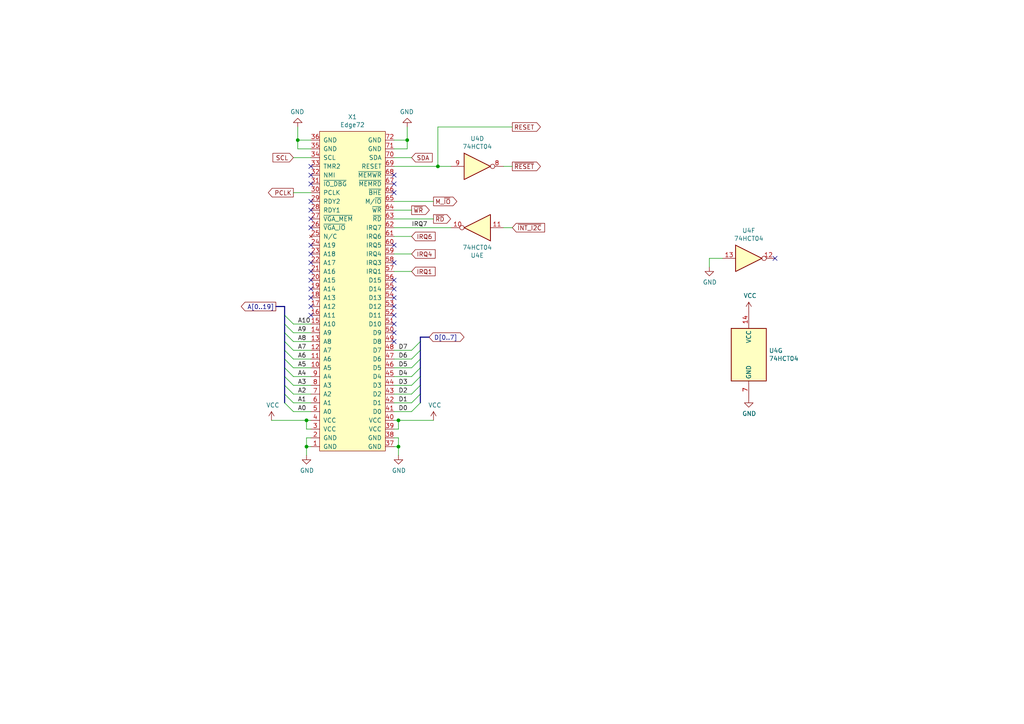
<source format=kicad_sch>
(kicad_sch (version 20230121) (generator eeschema)
  (paper "A4")
  (title_block (title "Mini8086 I/O board") (date "2020-11-05") (rev "1.0"))
  (lib_symbols
    (symbol "74xx:74HC04"
      (property "Reference" "U" (at 0 1.27 0))
      (property "Value" "74HC04" (at 0 -1.27 0))
      (symbol "74HC04_1_0"
        (polyline (pts (xy -3.81 3.81) (xy -3.81 -3.81) (xy 3.81 0) (xy -3.81 3.81)) (stroke (width 0.254)) (fill (type background)))
        (pin input line (at -7.62 0 0) (length 3.81) (name "~") (number "1"))
        (pin output inverted (at 7.62 0 180) (length 3.81) (name "~") (number "2"))
      )
      (symbol "74HC04_2_0"
        (polyline (pts (xy -3.81 3.81) (xy -3.81 -3.81) (xy 3.81 0) (xy -3.81 3.81)) (stroke (width 0.254)) (fill (type background)))
        (pin input line (at -7.62 0 0) (length 3.81) (name "~") (number "3"))
        (pin output inverted (at 7.62 0 180) (length 3.81) (name "~") (number "4"))
      )
      (symbol "74HC04_3_0"
        (polyline (pts (xy -3.81 3.81) (xy -3.81 -3.81) (xy 3.81 0) (xy -3.81 3.81)) (stroke (width 0.254)) (fill (type background)))
        (pin input line (at -7.62 0 0) (length 3.81) (name "~") (number "5"))
        (pin output inverted (at 7.62 0 180) (length 3.81) (name "~") (number "6"))
      )
      (symbol "74HC04_4_0"
        (polyline (pts (xy -3.81 3.81) (xy -3.81 -3.81) (xy 3.81 0) (xy -3.81 3.81)) (stroke (width 0.254)) (fill (type background)))
        (pin output inverted (at 7.62 0 180) (length 3.81) (name "~") (number "8"))
        (pin input line (at -7.62 0 0) (length 3.81) (name "~") (number "9"))
      )
      (symbol "74HC04_5_0"
        (polyline (pts (xy -3.81 3.81) (xy -3.81 -3.81) (xy 3.81 0) (xy -3.81 3.81)) (stroke (width 0.254)) (fill (type background)))
        (pin output inverted (at 7.62 0 180) (length 3.81) (name "~") (number "10"))
        (pin input line (at -7.62 0 0) (length 3.81) (name "~") (number "11"))
      )
      (symbol "74HC04_6_0"
        (polyline (pts (xy -3.81 3.81) (xy -3.81 -3.81) (xy 3.81 0) (xy -3.81 3.81)) (stroke (width 0.254)) (fill (type background)))
        (pin output inverted (at 7.62 0 180) (length 3.81) (name "~") (number "12"))
        (pin input line (at -7.62 0 0) (length 3.81) (name "~") (number "13"))
      )
      (symbol "74HC04_7_0"
        (pin power_in line (at 0 12.7 270) (length 5.08) (name "VCC") (number "14"))
        (pin power_in line (at 0 -12.7 90) (length 5.08) (name "GND") (number "7"))
      )
      (symbol "74HC04_7_1"
        (rectangle (start -5.08 7.62) (end 5.08 -7.62) (stroke (width 0.254)) (fill (type background)))
      )
    )
    (symbol "Mini8086:Edge72" (pin_names (offset 1.016))
      (property "Reference" "X" (at 2.54 -49.53 0))
      (property "Value" "Edge72" (at -3.81 -49.53 0))
      (symbol "Edge72_0_1"
        (rectangle (start -8.89 45.72) (end 10.16 -46.99) (fill (type background)))
      )
      (symbol "Edge72_1_1"
        (pin passive line (at -11.43 -45.72 0) (length 2.54) (name "GND") (number "1"))
        (pin bidirectional line (at -11.43 -22.86 0) (length 2.54) (name "A5") (number "10"))
        (pin bidirectional line (at -11.43 -20.32 0) (length 2.54) (name "A6") (number "11"))
        (pin bidirectional line (at -11.43 -17.78 0) (length 2.54) (name "A7") (number "12"))
        (pin bidirectional line (at -11.43 -15.24 0) (length 2.54) (name "A8") (number "13"))
        (pin bidirectional line (at -11.43 -12.7 0) (length 2.54) (name "A9") (number "14"))
        (pin bidirectional line (at -11.43 -10.16 0) (length 2.54) (name "A10") (number "15"))
        (pin bidirectional line (at -11.43 -7.62 0) (length 2.54) (name "A11") (number "16"))
        (pin bidirectional line (at -11.43 -5.08 0) (length 2.54) (name "A12") (number "17"))
        (pin bidirectional line (at -11.43 -2.54 0) (length 2.54) (name "A13") (number "18"))
        (pin bidirectional line (at -11.43 0 0) (length 2.54) (name "A14") (number "19"))
        (pin passive line (at -11.43 -43.18 0) (length 2.54) (name "GND") (number "2"))
        (pin bidirectional line (at -11.43 2.54 0) (length 2.54) (name "A15") (number "20"))
        (pin bidirectional line (at -11.43 5.08 0) (length 2.54) (name "A16") (number "21"))
        (pin bidirectional line (at -11.43 7.62 0) (length 2.54) (name "A17") (number "22"))
        (pin bidirectional line (at -11.43 10.16 0) (length 2.54) (name "A18") (number "23"))
        (pin bidirectional line (at -11.43 12.7 0) (length 2.54) (name "A19") (number "24"))
        (pin no_connect line (at -11.43 15.24 0) (length 2.54) (name "N/C") (number "25"))
        (pin bidirectional line (at -11.43 17.78 0) (length 2.54) (name "~{VGA_IO}") (number "26"))
        (pin bidirectional line (at -11.43 20.32 0) (length 2.54) (name "~{VGA_MEM}") (number "27"))
        (pin passive line (at -11.43 22.86 0) (length 2.54) (name "RDY1") (number "28"))
        (pin passive line (at -11.43 25.4 0) (length 2.54) (name "RDY2") (number "29"))
        (pin passive line (at -11.43 -40.64 0) (length 2.54) (name "VCC") (number "3"))
        (pin passive line (at -11.43 27.94 0) (length 2.54) (name "PCLK") (number "30"))
        (pin passive line (at -11.43 30.48 0) (length 2.54) (name "~{IO_DBG}") (number "31"))
        (pin passive line (at -11.43 33.02 0) (length 2.54) (name "NMI") (number "32"))
        (pin passive line (at -11.43 35.56 0) (length 2.54) (name "TMR2") (number "33"))
        (pin passive line (at -11.43 38.1 0) (length 2.54) (name "SCL") (number "34"))
        (pin passive line (at -11.43 40.64 0) (length 2.54) (name "GND") (number "35"))
        (pin passive line (at -11.43 43.18 0) (length 2.54) (name "GND") (number "36"))
        (pin power_out line (at 12.7 -45.72 180) (length 2.54) (name "GND") (number "37"))
        (pin passive line (at 12.7 -43.18 180) (length 2.54) (name "GND") (number "38"))
        (pin power_out line (at 12.7 -40.64 180) (length 2.54) (name "VCC") (number "39"))
        (pin passive line (at -11.43 -38.1 0) (length 2.54) (name "VCC") (number "4"))
        (pin passive line (at 12.7 -38.1 180) (length 2.54) (name "VCC") (number "40"))
        (pin bidirectional line (at 12.7 -35.56 180) (length 2.54) (name "D0") (number "41"))
        (pin bidirectional line (at 12.7 -33.02 180) (length 2.54) (name "D1") (number "42"))
        (pin bidirectional line (at 12.7 -30.48 180) (length 2.54) (name "D2") (number "43"))
        (pin bidirectional line (at 12.7 -27.94 180) (length 2.54) (name "D3") (number "44"))
        (pin bidirectional line (at 12.7 -25.4 180) (length 2.54) (name "D4") (number "45"))
        (pin bidirectional line (at 12.7 -22.86 180) (length 2.54) (name "D5") (number "46"))
        (pin bidirectional line (at 12.7 -20.32 180) (length 2.54) (name "D6") (number "47"))
        (pin bidirectional line (at 12.7 -17.78 180) (length 2.54) (name "D7") (number "48"))
        (pin bidirectional line (at 12.7 -15.24 180) (length 2.54) (name "D8") (number "49"))
        (pin bidirectional line (at -11.43 -35.56 0) (length 2.54) (name "A0") (number "5"))
        (pin bidirectional line (at 12.7 -12.7 180) (length 2.54) (name "D9") (number "50"))
        (pin bidirectional line (at 12.7 -10.16 180) (length 2.54) (name "D10") (number "51"))
        (pin bidirectional line (at 12.7 -7.62 180) (length 2.54) (name "D11") (number "52"))
        (pin bidirectional line (at 12.7 -5.08 180) (length 2.54) (name "D12") (number "53"))
        (pin bidirectional line (at 12.7 -2.54 180) (length 2.54) (name "D13") (number "54"))
        (pin bidirectional line (at 12.7 0 180) (length 2.54) (name "D14") (number "55"))
        (pin bidirectional line (at 12.7 2.54 180) (length 2.54) (name "D15") (number "56"))
        (pin passive line (at 12.7 5.08 180) (length 2.54) (name "IRQ1") (number "57"))
        (pin passive line (at 12.7 7.62 180) (length 2.54) (name "IRQ3") (number "58"))
        (pin passive line (at 12.7 10.16 180) (length 2.54) (name "IRQ4") (number "59"))
        (pin bidirectional line (at -11.43 -33.02 0) (length 2.54) (name "A1") (number "6"))
        (pin passive line (at 12.7 12.7 180) (length 2.54) (name "IRQ5") (number "60"))
        (pin passive line (at 12.7 15.24 180) (length 2.54) (name "IRQ6") (number "61"))
        (pin passive line (at 12.7 17.78 180) (length 2.54) (name "IRQ7") (number "62"))
        (pin bidirectional line (at 12.7 20.32 180) (length 2.54) (name "~{RD}") (number "63"))
        (pin bidirectional line (at 12.7 22.86 180) (length 2.54) (name "~{WR}") (number "64"))
        (pin bidirectional line (at 12.7 25.4 180) (length 2.54) (name "M/~{IO}") (number "65"))
        (pin bidirectional line (at 12.7 27.94 180) (length 2.54) (name "~{BHE}") (number "66"))
        (pin bidirectional line (at 12.7 30.48 180) (length 2.54) (name "~{MEMRD}") (number "67"))
        (pin bidirectional line (at 12.7 33.02 180) (length 2.54) (name "~{MEMWR}") (number "68"))
        (pin passive line (at 12.7 35.56 180) (length 2.54) (name "RESET") (number "69"))
        (pin bidirectional line (at -11.43 -30.48 0) (length 2.54) (name "A2") (number "7"))
        (pin passive line (at 12.7 38.1 180) (length 2.54) (name "SDA") (number "70"))
        (pin passive line (at 12.7 40.64 180) (length 2.54) (name "GND") (number "71"))
        (pin passive line (at 12.7 43.18 180) (length 2.54) (name "GND") (number "72"))
        (pin bidirectional line (at -11.43 -27.94 0) (length 2.54) (name "A3") (number "8"))
        (pin bidirectional line (at -11.43 -25.4 0) (length 2.54) (name "A4") (number "9"))
      )
    )
    (symbol "power:GND" (power) (pin_names (offset 0))
      (property "Value" "GND" (at 0 -3.81 0))
      (symbol "GND_0_1"
        (polyline (pts (xy 0 0) (xy 0 -1.27) (xy 1.27 -1.27) (xy 0 -2.54) (xy -1.27 -1.27) (xy 0 -1.27)))
      )
      (symbol "GND_1_1"
        (pin power_in line (at 0 0 270) (length 0) hide (name "GND") (number "1"))
      )
    )
    (symbol "power:VCC" (power) (pin_names (offset 0))
      (property "Value" "VCC" (at 0 3.81 0))
      (symbol "VCC_0_1"
        (polyline (pts (xy -0.762 1.27) (xy 0 2.54)))
        (polyline (pts (xy 0 0) (xy 0 2.54)))
        (polyline (pts (xy 0 2.54) (xy 0.762 1.27)))
      )
      (symbol "VCC_1_1"
        (pin power_in line (at 0 0 90) (length 0) hide (name "VCC") (number "1"))
      )
    )
  )
  (junction (at 86.36 40.64))
  (junction (at 88.9 129.54))
  (junction (at 118.11 40.64))
  (junction (at 115.57 129.54))
  (junction (at 115.57 121.92))
  (junction (at 88.9 121.92))
  (junction (at 127 48.26))
  (no_connect (at 90.17 71.12))
  (no_connect (at 114.3 93.98))
  (no_connect (at 224.79 74.93))
  (no_connect (at 114.3 81.28))
  (no_connect (at 114.3 91.44))
  (no_connect (at 114.3 76.2))
  (no_connect (at 90.17 76.2))
  (no_connect (at 114.3 86.36))
  (no_connect (at 90.17 48.26))
  (no_connect (at 90.17 63.5))
  (no_connect (at 114.3 88.9))
  (no_connect (at 114.3 96.52))
  (no_connect (at 90.17 83.82))
  (no_connect (at 90.17 88.9))
  (no_connect (at 90.17 91.44))
  (no_connect (at 90.17 58.42))
  (no_connect (at 114.3 83.82))
  (no_connect (at 114.3 50.8))
  (no_connect (at 90.17 66.04))
  (no_connect (at 90.17 86.36))
  (no_connect (at 114.3 99.06))
  (no_connect (at 90.17 73.66))
  (no_connect (at 114.3 53.34))
  (no_connect (at 90.17 53.34))
  (no_connect (at 90.17 78.74))
  (no_connect (at 114.3 55.88))
  (no_connect (at 90.17 60.96))
  (no_connect (at 114.3 71.12))
  (no_connect (at 90.17 81.28))
  (no_connect (at 90.17 50.8))
  (bus_entry (at 119.38 106.68) (size 2.54 -2.54))
  (bus_entry (at 85.09 116.84) (size -2.54 -2.54))
  (bus_entry (at 85.09 93.98) (size -2.54 -2.54))
  (bus_entry (at 119.38 104.14) (size 2.54 -2.54))
  (bus_entry (at 85.09 114.3) (size -2.54 -2.54))
  (bus_entry (at 85.09 104.14) (size -2.54 -2.54))
  (bus_entry (at 119.38 116.84) (size 2.54 -2.54))
  (bus_entry (at 85.09 106.68) (size -2.54 -2.54))
  (bus_entry (at 85.09 119.38) (size -2.54 -2.54))
  (bus_entry (at 119.38 101.6) (size 2.54 -2.54))
  (bus_entry (at 119.38 109.22) (size 2.54 -2.54))
  (bus_entry (at 85.09 109.22) (size -2.54 -2.54))
  (bus_entry (at 85.09 96.52) (size -2.54 -2.54))
  (bus_entry (at 119.38 114.3) (size 2.54 -2.54))
  (bus_entry (at 85.09 99.06) (size -2.54 -2.54))
  (bus_entry (at 85.09 111.76) (size -2.54 -2.54))
  (bus_entry (at 119.38 119.38) (size 2.54 -2.54))
  (bus_entry (at 119.38 111.76) (size 2.54 -2.54))
  (bus_entry (at 85.09 101.6) (size -2.54 -2.54))
  (wire (pts (xy 119.38 109.22) (xy 114.3 109.22)))
  (wire (pts (xy 90.17 116.84) (xy 85.09 116.84)))
  (wire (pts (xy 86.36 43.18) (xy 86.36 40.64)))
  (bus (pts (xy 121.92 99.06) (xy 121.92 101.6)))
  (wire (pts (xy 85.09 99.06) (xy 90.17 99.06)))
  (wire (pts (xy 114.3 48.26) (xy 127 48.26)))
  (bus (pts (xy 82.55 96.52) (xy 82.55 99.06)))
  (wire (pts (xy 114.3 40.64) (xy 118.11 40.64)))
  (wire (pts (xy 127 36.83) (xy 127 48.26)))
  (wire (pts (xy 119.38 101.6) (xy 114.3 101.6)))
  (wire (pts (xy 146.05 48.26) (xy 148.59 48.26)))
  (wire (pts (xy 114.3 129.54) (xy 115.57 129.54)))
  (wire (pts (xy 114.3 121.92) (xy 115.57 121.92)))
  (bus (pts (xy 82.55 101.6) (xy 82.55 104.14)))
  (wire (pts (xy 125.73 121.92) (xy 115.57 121.92)))
  (wire (pts (xy 85.09 104.14) (xy 90.17 104.14)))
  (wire (pts (xy 86.36 40.64) (xy 86.36 36.83)))
  (wire (pts (xy 119.38 104.14) (xy 114.3 104.14)))
  (wire (pts (xy 88.9 129.54) (xy 88.9 132.08)))
  (wire (pts (xy 119.38 78.74) (xy 114.3 78.74)))
  (wire (pts (xy 148.59 36.83) (xy 127 36.83)))
  (bus (pts (xy 82.55 91.44) (xy 82.55 93.98)))
  (bus (pts (xy 82.55 106.68) (xy 82.55 109.22)))
  (wire (pts (xy 90.17 121.92) (xy 88.9 121.92)))
  (wire (pts (xy 119.38 106.68) (xy 114.3 106.68)))
  (wire (pts (xy 90.17 127) (xy 88.9 127)))
  (wire (pts (xy 85.09 45.72) (xy 90.17 45.72)))
  (wire (pts (xy 85.09 109.22) (xy 90.17 109.22)))
  (bus (pts (xy 82.55 88.9) (xy 80.01 88.9)))
  (wire (pts (xy 88.9 121.92) (xy 88.9 124.46)))
  (wire (pts (xy 205.74 74.93) (xy 205.74 77.47)))
  (wire (pts (xy 90.17 119.38) (xy 85.09 119.38)))
  (wire (pts (xy 146.05 66.04) (xy 148.59 66.04)))
  (wire (pts (xy 125.73 58.42) (xy 114.3 58.42)))
  (wire (pts (xy 114.3 119.38) (xy 119.38 119.38)))
  (bus (pts (xy 121.92 106.68) (xy 121.92 109.22)))
  (bus (pts (xy 121.92 97.79) (xy 121.92 99.06)))
  (wire (pts (xy 209.55 74.93) (xy 205.74 74.93)))
  (wire (pts (xy 90.17 43.18) (xy 86.36 43.18)))
  (wire (pts (xy 114.3 124.46) (xy 115.57 124.46)))
  (bus (pts (xy 121.92 104.14) (xy 121.92 106.68)))
  (bus (pts (xy 121.92 109.22) (xy 121.92 111.76)))
  (wire (pts (xy 90.17 124.46) (xy 88.9 124.46)))
  (bus (pts (xy 121.92 101.6) (xy 121.92 104.14)))
  (bus (pts (xy 121.92 111.76) (xy 121.92 114.3)))
  (bus (pts (xy 82.55 93.98) (xy 82.55 96.52)))
  (wire (pts (xy 115.57 127) (xy 115.57 129.54)))
  (wire (pts (xy 85.09 111.76) (xy 90.17 111.76)))
  (wire (pts (xy 85.09 114.3) (xy 90.17 114.3)))
  (wire (pts (xy 115.57 121.92) (xy 115.57 124.46)))
  (wire (pts (xy 114.3 45.72) (xy 119.38 45.72)))
  (wire (pts (xy 119.38 111.76) (xy 114.3 111.76)))
  (wire (pts (xy 90.17 129.54) (xy 88.9 129.54)))
  (wire (pts (xy 85.09 106.68) (xy 90.17 106.68)))
  (wire (pts (xy 118.11 40.64) (xy 118.11 36.83)))
  (bus (pts (xy 121.92 97.79) (xy 124.46 97.79)))
  (wire (pts (xy 114.3 63.5) (xy 125.73 63.5)))
  (bus (pts (xy 82.55 114.3) (xy 82.55 116.84)))
  (wire (pts (xy 130.81 66.04) (xy 114.3 66.04)))
  (wire (pts (xy 90.17 93.98) (xy 85.09 93.98)))
  (bus (pts (xy 82.55 111.76) (xy 82.55 114.3)))
  (bus (pts (xy 82.55 99.06) (xy 82.55 101.6)))
  (wire (pts (xy 78.74 121.92) (xy 88.9 121.92)))
  (wire (pts (xy 85.09 96.52) (xy 90.17 96.52)))
  (bus (pts (xy 121.92 114.3) (xy 121.92 116.84)))
  (wire (pts (xy 115.57 129.54) (xy 115.57 132.08)))
  (wire (pts (xy 127 48.26) (xy 130.81 48.26)))
  (wire (pts (xy 119.38 114.3) (xy 114.3 114.3)))
  (bus (pts (xy 82.55 88.9) (xy 82.55 91.44)))
  (wire (pts (xy 85.09 101.6) (xy 90.17 101.6)))
  (bus (pts (xy 82.55 109.22) (xy 82.55 111.76)))
  (wire (pts (xy 88.9 127) (xy 88.9 129.54)))
  (wire (pts (xy 119.38 116.84) (xy 114.3 116.84)))
  (wire (pts (xy 114.3 43.18) (xy 118.11 43.18)))
  (wire (pts (xy 90.17 40.64) (xy 86.36 40.64)))
  (wire (pts (xy 119.38 73.66) (xy 114.3 73.66)))
  (wire (pts (xy 90.17 55.88) (xy 85.09 55.88)))
  (wire (pts (xy 114.3 127) (xy 115.57 127)))
  (bus (pts (xy 82.55 104.14) (xy 82.55 106.68)))
  (wire (pts (xy 114.3 60.96) (xy 119.38 60.96)))
  (wire (pts (xy 119.38 68.58) (xy 114.3 68.58)))
  (wire (pts (xy 118.11 43.18) (xy 118.11 40.64)))
  (label "A6" (at 86.36 104.14 0))
  (label "D4" (at 115.57 109.22 0))
  (label "A3" (at 86.36 111.76 0))
  (label "D5" (at 115.57 106.68 0))
  (label "A2" (at 86.36 114.3 0))
  (label "D1" (at 115.57 116.84 0))
  (label "A4" (at 86.36 109.22 0))
  (label "D6" (at 115.57 104.14 0))
  (label "A9" (at 86.36 96.52 0))
  (label "A10" (at 86.36 93.98 0))
  (label "A7" (at 86.36 101.6 0))
  (label "D2" (at 115.57 114.3 0))
  (label "A0" (at 86.36 119.38 0))
  (label "IRQ7" (at 119.38 66.04 0))
  (label "A5" (at 86.36 106.68 0))
  (label "D7" (at 115.57 101.6 0))
  (label "A8" (at 86.36 99.06 0))
  (label "A1" (at 86.36 116.84 0))
  (label "D3" (at 115.57 111.76 0))
  (label "D0" (at 115.57 119.38 0))
  (global_label "PCLK" (shape output) (at 85.09 55.88 180) (property "Intersheetrefs" "${INTERSHEET_REFS}" (effects hide)))
  (global_label "~{INT_I2C}" (shape input) (at 148.59 66.04 0) (property "Intersheetrefs" "${INTERSHEET_REFS}" (effects hide)))
  (global_label "~{RESET}" (shape output) (at 148.59 48.26 0) (property "Intersheetrefs" "${INTERSHEET_REFS}" (effects hide)))
  (global_label "IRQ1" (shape input) (at 119.38 78.74 0) (property "Intersheetrefs" "${INTERSHEET_REFS}" (effects hide)))
  (global_label "SCL" (shape input) (at 85.09 45.72 180) (property "Intersheetrefs" "${INTERSHEET_REFS}" (effects hide)))
  (global_label "M_~{IO}" (shape output) (at 125.73 58.42 0) (property "Intersheetrefs" "${INTERSHEET_REFS}" (effects hide)))
  (global_label "IRQ6" (shape input) (at 119.38 68.58 0) (property "Intersheetrefs" "${INTERSHEET_REFS}" (effects hide)))
  (global_label "IRQ4" (shape input) (at 119.38 73.66 0) (property "Intersheetrefs" "${INTERSHEET_REFS}" (effects hide)))
  (global_label "SDA" (shape input) (at 119.38 45.72 0) (property "Intersheetrefs" "${INTERSHEET_REFS}" (effects hide)))
  (global_label "~{RD}" (shape output) (at 125.73 63.5 0) (property "Intersheetrefs" "${INTERSHEET_REFS}" (effects hide)))
  (global_label "A[0..19]" (shape output) (at 80.01 88.9 180) (property "Intersheetrefs" "${INTERSHEET_REFS}" (effects hide)))
  (global_label "~{WR}" (shape output) (at 119.38 60.96 0) (property "Intersheetrefs" "${INTERSHEET_REFS}" (effects hide)))
  (global_label "RESET" (shape output) (at 148.59 36.83 0) (property "Intersheetrefs" "${INTERSHEET_REFS}" (effects hide)))
  (global_label "D[0..7]" (shape bidirectional) (at 124.46 97.79 0) (property "Intersheetrefs" "${INTERSHEET_REFS}" (effects hide)))
  (symbol (lib_id "power:GND") (at 115.57 132.08 0) (unit 1)
    (property "Reference" "#PWR023" (effects hide))
    (property "Value" "GND" (at 115.697 136.4742 0))
  )
  (symbol (lib_id "power:GND") (at 88.9 132.08 0) (unit 1)
    (property "Reference" "#PWR022" (effects hide))
    (property "Value" "GND" (at 89.027 136.4742 0))
  )
  (symbol (lib_id "power:VCC") (at 78.74 121.92 0) (unit 1)
    (property "Reference" "#PWR020" (effects hide))
    (property "Value" "VCC" (at 79.121 117.5258 0))
  )
  (symbol (lib_id "power:VCC") (at 125.73 121.92 0) (unit 1)
    (property "Reference" "#PWR025" (effects hide))
    (property "Value" "VCC" (at 126.111 117.5258 0))
  )
  (symbol (lib_id "power:GND") (at 118.11 36.83 180) (unit 1)
    (property "Reference" "#PWR024" (effects hide))
    (property "Value" "GND" (at 117.983 32.4358 0))
  )
  (symbol (lib_id "power:GND") (at 86.36 36.83 180) (unit 1)
    (property "Reference" "#PWR021" (effects hide))
    (property "Value" "GND" (at 86.233 32.4358 0))
  )
  (symbol (lib_id "74xx:74HC04") (at 138.43 48.26 0) (unit 4)
    (property "Reference" "U4" (at 138.43 40.2082 0))
    (property "Value" "74HCT04" (at 138.43 42.5196 0))
    (property "Footprint" "Package_SO:SOIC-14_3.9x8.7mm_P1.27mm" (effects hide))
    (property "Datasheet" "https://assets.nexperia.com/documents/data-sheet/74HC_HCT04.pdf" (effects hide))
  )
  (symbol (lib_id "74xx:74HC04") (at 138.43 66.04 180) (unit 5)
    (property "Reference" "U4" (at 138.43 74.0918 0))
    (property "Value" "74HCT04" (at 138.43 71.7804 0))
    (property "Footprint" "Package_SO:SOIC-14_3.9x8.7mm_P1.27mm" (effects hide))
    (property "Datasheet" "https://assets.nexperia.com/documents/data-sheet/74HC_HCT04.pdf" (effects hide))
  )
  (symbol (lib_id "74xx:74HC04") (at 217.17 74.93 0) (unit 6)
    (property "Reference" "U4" (at 217.17 66.8782 0))
    (property "Value" "74HCT04" (at 217.17 69.1896 0))
    (property "Footprint" "Package_SO:SOIC-14_3.9x8.7mm_P1.27mm" (effects hide))
    (property "Datasheet" "https://assets.nexperia.com/documents/data-sheet/74HC_HCT04.pdf" (effects hide))
  )
  (symbol (lib_id "74xx:74HC04") (at 217.17 102.87 0) (unit 7)
    (property "Reference" "U4" (at 223.012 101.7016 0) (effects (justify left)))
    (property "Value" "74HCT04" (at 223.012 104.013 0) (effects (justify left)))
    (property "Footprint" "Package_SO:SOIC-14_3.9x8.7mm_P1.27mm" (effects hide))
    (property "Datasheet" "https://assets.nexperia.com/documents/data-sheet/74HC_HCT04.pdf" (effects hide))
  )
  (symbol (lib_id "power:GND") (at 217.17 115.57 0) (unit 1)
    (property "Reference" "#PWR059" (effects hide))
    (property "Value" "GND" (at 217.297 119.9642 0))
  )
  (symbol (lib_id "power:VCC") (at 217.17 90.17 0) (unit 1)
    (property "Reference" "#PWR058" (effects hide))
    (property "Value" "VCC" (at 217.551 85.7758 0))
  )
  (symbol (lib_id "power:GND") (at 205.74 77.47 0) (unit 1)
    (property "Reference" "#PWR057" (effects hide))
    (property "Value" "GND" (at 205.867 81.8642 0))
  )
  (symbol (lib_id "Mini8086:Edge72") (at 101.6 83.82 0) (unit 1)
    (property "Reference" "X1" (at 102.235 33.909 0))
    (property "Value" "Edge72" (at 102.235 36.2204 0))
    (property "Footprint" "Mini8086:BUS_72" (effects hide))
  )
)
</source>
